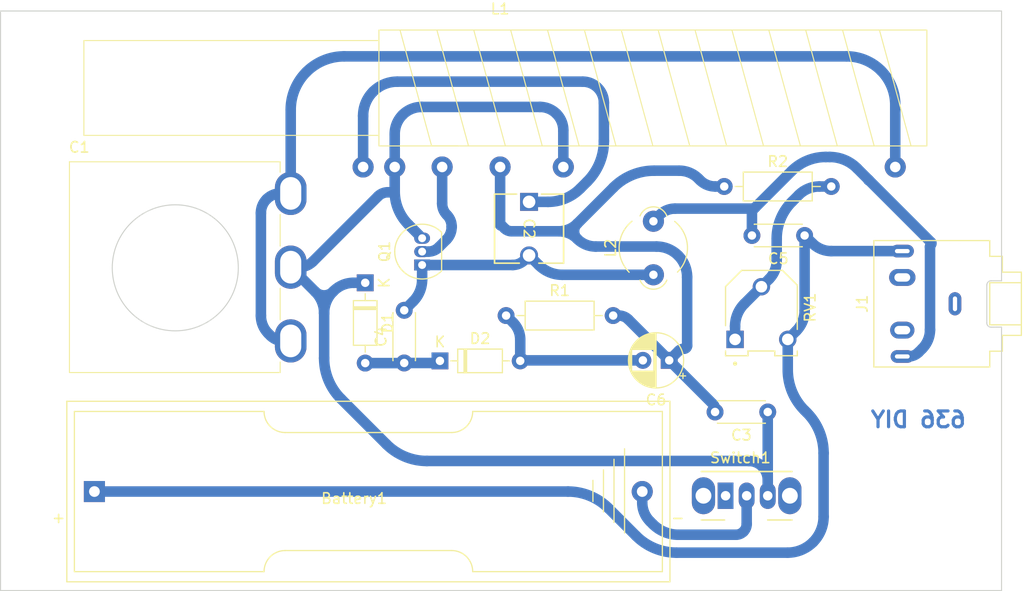
<source format=kicad_pcb>
(kicad_pcb (version 20221018) (generator pcbnew)
  (layers (0 "F.Cu" signal) (31 "B.Cu" signal) (34 "B.Paste" user) (35 "F.Paste" user) (36 "B.SilkS" user "B.Silkscreen") (37 "F.SilkS" user "F.Silkscreen") (38 "B.Mask" user) (39 "F.Mask" user) (44 "Edge.Cuts" user))
  (net 0 "")
  (net 1 "Net-(Battery1-+)")
  (net 2 "Net-(Battery1--)")
  (net 3 "Net-(C2-Pad1)")
  (net 4 "Net-(Q1-C)")
  (net 5 "GND")
  (net 6 "Net-(C3-Pad2)")
  (net 7 "Net-(D1-A)")
  (net 8 "Net-(C5-Pad2)")
  (net 9 "Net-(D2-A)")
  (net 10 "Net-(C1-Pad1)")
  (net 11 "Net-(Q1-B)")
  (net 12 "Net-(R2-Pad2)")
  (footprint "Capacitor_THT:C_Disc_D4.3mm_W1.9mm_P5.00mm" (layer "F.Cu") (at 158.1 125.25 180)
    (fp_text reference "C3" (at 2.5 -2.2) (layer "F.SilkS"))
    (fp_text value "103")
    (fp_line (start 0.23 -1.07) (end 0.23 -1.055) (stroke (width 0.12)) (layer "F.SilkS"))
    (fp_line (start 0.23 -1.07) (end 4.77 -1.07) (stroke (width 0.12)) (layer "F.SilkS"))
    (fp_line (start 0.23 1.055) (end 0.23 1.07) (stroke (width 0.12)) (layer "F.SilkS"))
    (fp_line (start 0.23 1.07) (end 4.77 1.07) (stroke (width 0.12)) (layer "F.SilkS"))
    (fp_line (start 4.77 -1.07) (end 4.77 -1.055) (stroke (width 0.12)) (layer "F.SilkS"))
    (fp_line (start 4.77 1.055) (end 4.77 1.07) (stroke (width 0.12)) (layer "F.SilkS"))
    (pad "1" thru_hole circle (at 0 0 180) (size 1.6 1.6) (drill 0.8) (layers "*.Cu" "*.Mask") (net 5 "GND"))
    (pad "2" thru_hole circle (at 5 0 180) (size 1.6 1.6) (drill 0.8) (layers "*.Cu" "*.Mask") (net 6 "Net-(C3-Pad2)"))
  )
  (footprint "Ferrite_THT:LairdTech_28C0236-0JW-10" (layer "F.Cu") (at 147.25 112.23 90)
    (fp_text reference "L2" (at 2.54 -4.064 90) (layer "F.SilkS"))
    (fp_text value "2.2mH")
    (fp_arc (start -0.508 1.27) (mid -1.367832 0) (end -0.508 -1.27) (stroke (width 0.12)) (layer "F.SilkS"))
    (fp_arc (start 0.239932 -2.300068) (mid 2.71988 -3.24781) (end 5.08 -2.032) (stroke (width 0.12)) (layer "F.SilkS"))
    (fp_arc (start 5.064465 2.019572) (mid 2.71878 3.227946) (end 0.254 2.286) (stroke (width 0.12)) (layer "F.SilkS"))
    (fp_arc (start 5.588 -1.27) (mid 6.447832 0) (end 5.588 1.27) (stroke (width 0.12)) (layer "F.SilkS"))
    (pad "1" thru_hole circle (at 0 0 90) (size 2 2) (drill 0.8) (layers "*.Cu" "*.Mask") (net 4 "Net-(Q1-C)"))
    (pad "2" thru_hole circle (at 5.08 0 90) (size 2 2) (drill 0.8) (layers "*.Cu" "*.Mask") (net 8 "Net-(C5-Pad2)"))
  )
  (footprint "Button_Switch_THT:SW_CuK_OS102011MA1QN1_SPDT_Angled" (layer "F.Cu") (at 154.1 133.2)
    (fp_text reference "Switch1" (at 1.4 -3.6) (layer "F.SilkS"))
    (fp_text value "SW_SPDT")
    (fp_line (start -2.3 -2.3) (end 6.3 -2.3) (stroke (width 0.15)) (layer "F.SilkS"))
    (fp_line (start -2.3 2.3) (end -0.1 2.3) (stroke (width 0.15)) (layer "F.SilkS"))
    (fp_line (start 4 2.3) (end 6.3 2.3) (stroke (width 0.15)) (layer "F.SilkS"))
    (pad "" thru_hole oval (at -2.1 0) (size 2.2 3.5) (drill 1.5) (layers "*.Cu" "*.Mask"))
    (pad "" thru_hole oval (at 6.1 0) (size 2.2 3.5) (drill 1.5) (layers "*.Cu" "*.Mask"))
    (pad "1" thru_hole rect (at 0 0) (size 1.5 2.5) (drill 0.9) (layers "*.Cu" "*.Mask"))
    (pad "2" thru_hole oval (at 2 0) (size 1.5 2.5) (drill 0.9) (layers "*.Cu" "*.Mask") (net 2 "Net-(Battery1--)"))
    (pad "3" thru_hole oval (at 4 0) (size 1.5 2.5) (drill 0.9) (layers "*.Cu" "*.Mask") (net 5 "GND"))
  )
  (footprint "Capacitor_THT:CP_Radial_D5.0mm_P2.50mm" (layer "F.Cu") (at 148.75 120.35 180)
    (fp_text reference "C6" (at 1.25 -3.75) (layer "F.SilkS"))
    (fp_text value "10uF")
    (fp_line (start -1.554775 -1.475) (end -1.054775 -1.475) (stroke (width 0.12)) (layer "F.SilkS"))
    (fp_line (start -1.304775 -1.725) (end -1.304775 -1.225) (stroke (width 0.12)) (layer "F.SilkS"))
    (fp_line (start 1.25 -2.58) (end 1.25 2.58) (stroke (width 0.12)) (layer "F.SilkS"))
    (fp_line (start 1.29 -2.58) (end 1.29 2.58) (stroke (width 0.12)) (layer "F.SilkS"))
    (fp_line (start 1.33 -2.579) (end 1.33 2.579) (stroke (width 0.12)) (layer "F.SilkS"))
    (fp_line (start 1.37 -2.578) (end 1.37 2.578) (stroke (width 0.12)) (layer "F.SilkS"))
    (fp_line (start 1.41 -2.576) (end 1.41 2.576) (stroke (width 0.12)) (layer "F.SilkS"))
    (fp_line (start 1.45 -2.573) (end 1.45 2.573) (stroke (width 0.12)) (layer "F.SilkS"))
    (fp_line (start 1.49 -2.569) (end 1.49 -1.04) (stroke (width 0.12)) (layer "F.SilkS"))
    (fp_line (start 1.49 1.04) (end 1.49 2.569) (stroke (width 0.12)) (layer "F.SilkS"))
    (fp_line (start 1.53 -2.565) (end 1.53 -1.04) (stroke (width 0.12)) (layer "F.SilkS"))
    (fp_line (start 1.53 1.04) (end 1.53 2.565) (stroke (width 0.12)) (layer "F.SilkS"))
    (fp_line (start 1.57 -2.561) (end 1.57 -1.04) (stroke (width 0.12)) (layer "F.SilkS"))
    (fp_line (start 1.57 1.04) (end 1.57 2.561) (stroke (width 0.12)) (layer "F.SilkS"))
    (fp_line (start 1.61 -2.556) (end 1.61 -1.04) (stroke (width 0.12)) (layer "F.SilkS"))
    (fp_line (start 1.61 1.04) (end 1.61 2.556) (stroke (width 0.12)) (layer "F.SilkS"))
    (fp_line (start 1.65 -2.55) (end 1.65 -1.04) (stroke (width 0.12)) (layer "F.SilkS"))
    (fp_line (start 1.65 1.04) (end 1.65 2.55) (stroke (width 0.12)) (layer "F.SilkS"))
    (fp_line (start 1.69 -2.543) (end 1.69 -1.04) (stroke (width 0.12)) (layer "F.SilkS"))
    (fp_line (start 1.69 1.04) (end 1.69 2.543) (stroke (width 0.12)) (layer "F.SilkS"))
    (fp_line (start 1.73 -2.536) (end 1.73 -1.04) (stroke (width 0.12)) (layer "F.SilkS"))
    (fp_line (start 1.73 1.04) (end 1.73 2.536) (stroke (width 0.12)) (layer "F.SilkS"))
    (fp_line (start 1.77 -2.528) (end 1.77 -1.04) (stroke (width 0.12)) (layer "F.SilkS"))
    (fp_line (start 1.77 1.04) (end 1.77 2.528) (stroke (width 0.12)) (layer "F.SilkS"))
    (fp_line (start 1.81 -2.52) (end 1.81 -1.04) (stroke (width 0.12)) (layer "F.SilkS"))
    (fp_line (start 1.81 1.04) (end 1.81 2.52) (stroke (width 0.12)) (layer "F.SilkS"))
    (fp_line (start 1.85 -2.511) (end 1.85 -1.04) (stroke (width 0.12)) (layer "F.SilkS"))
    (fp_line (start 1.85 1.04) (end 1.85 2.511) (stroke (width 0.12)) (layer "F.SilkS"))
    (fp_line (start 1.89 -2.501) (end 1.89 -1.04) (stroke (width 0.12)) (layer "F.SilkS"))
    (fp_line (start 1.89 1.04) (end 1.89 2.501) (stroke (width 0.12)) (layer "F.SilkS"))
    (fp_line (start 1.93 -2.491) (end 1.93 -1.04) (stroke (width 0.12)) (layer "F.SilkS"))
    (fp_line (start 1.93 1.04) (end 1.93 2.491) (stroke (width 0.12)) (layer "F.SilkS"))
    (fp_line (start 1.971 -2.48) (end 1.971 -1.04) (stroke (width 0.12)) (layer "F.SilkS"))
    (fp_line (start 1.971 1.04) (end 1.971 2.48) (stroke (width 0.12)) (layer "F.SilkS"))
    (fp_line (start 2.011 -2.468) (end 2.011 -1.04) (stroke (width 0.12)) (layer "F.SilkS"))
    (fp_line (start 2.011 1.04) (end 2.011 2.468) (stroke (width 0.12)) (layer "F.SilkS"))
    (fp_line (start 2.051 -2.455) (end 2.051 -1.04) (stroke (width 0.12)) (layer "F.SilkS"))
    (fp_line (start 2.051 1.04) (end 2.051 2.455) (stroke (width 0.12)) (layer "F.SilkS"))
    (fp_line (start 2.091 -2.442) (end 2.091 -1.04) (stroke (width 0.12)) (layer "F.SilkS"))
    (fp_line (start 2.091 1.04) (end 2.091 2.442) (stroke (width 0.12)) (layer "F.SilkS"))
    (fp_line (start 2.131 -2.428) (end 2.131 -1.04) (stroke (width 0.12)) (layer "F.SilkS"))
    (fp_line (start 2.131 1.04) (end 2.131 2.428) (stroke (width 0.12)) (layer "F.SilkS"))
    (fp_line (start 2.171 -2.414) (end 2.171 -1.04) (stroke (width 0.12)) (layer "F.SilkS"))
    (fp_line (start 2.171 1.04) (end 2.171 2.414) (stroke (width 0.12)) (layer "F.SilkS"))
    (fp_line (start 2.211 -2.398) (end 2.211 -1.04) (stroke (width 0.12)) (layer "F.SilkS"))
    (fp_line (start 2.211 1.04) (end 2.211 2.398) (stroke (width 0.12)) (layer "F.SilkS"))
    (fp_line (start 2.251 -2.382) (end 2.251 -1.04) (stroke (width 0.12)) (layer "F.SilkS"))
    (fp_line (start 2.251 1.04) (end 2.251 2.382) (stroke (width 0.12)) (layer "F.SilkS"))
    (fp_line (start 2.291 -2.365) (end 2.291 -1.04) (stroke (width 0.12)) (layer "F.SilkS"))
    (fp_line (start 2.291 1.04) (end 2.291 2.365) (stroke (width 0.12)) (layer "F.SilkS"))
    (fp_line (start 2.331 -2.348) (end 2.331 -1.04) (stroke (width 0.12)) (layer "F.SilkS"))
    (fp_line (start 2.331 1.04) (end 2.331 2.348) (stroke (width 0.12)) (layer "F.SilkS"))
    (fp_line (start 2.371 -2.329) (end 2.371 -1.04) (stroke (width 0.12)) (layer "F.SilkS"))
    (fp_line (start 2.371 1.04) (end 2.371 2.329) (stroke (width 0.12)) (layer "F.SilkS"))
    (fp_line (start 2.411 -2.31) (end 2.411 -1.04) (stroke (width 0.12)) (layer "F.SilkS"))
    (fp_line (start 2.411 1.04) (end 2.411 2.31) (stroke (width 0.12)) (layer "F.SilkS"))
    (fp_line (start 2.451 -2.29) (end 2.451 -1.04) (stroke (width 0.12)) (layer "F.SilkS"))
    (fp_line (start 2.451 1.04) (end 2.451 2.29) (stroke (width 0.12)) (layer "F.SilkS"))
    (fp_line (start 2.491 -2.268) (end 2.491 -1.04) (stroke (width 0.12)) (layer "F.SilkS"))
    (fp_line (start 2.491 1.04) (end 2.491 2.268) (stroke (width 0.12)) (layer "F.SilkS"))
    (fp_line (start 2.531 -2.247) (end 2.531 -1.04) (stroke (width 0.12)) (layer "F.SilkS"))
    (fp_line (start 2.531 1.04) (end 2.531 2.247) (stroke (width 0.12)) (layer "F.SilkS"))
    (fp_line (start 2.571 -2.224) (end 2.571 -1.04) (stroke (width 0.12)) (layer "F.SilkS"))
    (fp_line (start 2.571 1.04) (end 2.571 2.224) (stroke (width 0.12)) (layer "F.SilkS"))
    (fp_line (start 2.611 -2.2) (end 2.611 -1.04) (stroke (width 0.12)) (layer "F.SilkS"))
    (fp_line (start 2.611 1.04) (end 2.611 2.2) (stroke (width 0.12)) (layer "F.SilkS"))
    (fp_line (start 2.651 -2.175) (end 2.651 -1.04) (stroke (width 0.12)) (layer "F.SilkS"))
    (fp_line (start 2.651 1.04) (end 2.651 2.175) (stroke (width 0.12)) (layer "F.SilkS"))
    (fp_line (start 2.691 -2.149) (end 2.691 -1.04) (stroke (width 0.12)) (layer "F.SilkS"))
    (fp_line (start 2.691 1.04) (end 2.691 2.149) (stroke (width 0.12)) (layer "F.SilkS"))
    (fp_line (start 2.731 -2.122) (end 2.731 -1.04) (stroke (width 0.12)) (layer "F.SilkS"))
    (fp_line (start 2.731 1.04) (end 2.731 2.122) (stroke (width 0.12)) (layer "F.SilkS"))
    (fp_line (start 2.771 -2.095) (end 2.771 -1.04) (stroke (width 0.12)) (layer "F.SilkS"))
    (fp_line (start 2.771 1.04) (end 2.771 2.095) (stroke (width 0.12)) (layer "F.SilkS"))
    (fp_line (start 2.811 -2.065) (end 2.811 -1.04) (stroke (width 0.12)) (layer "F.SilkS"))
    (fp_line (start 2.811 1.04) (end 2.811 2.065) (stroke (width 0.12)) (layer "F.SilkS"))
    (fp_line (start 2.851 -2.035) (end 2.851 -1.04) (stroke (width 0.12)) (layer "F.SilkS"))
    (fp_line (start 2.851 1.04) (end 2.851 2.035) (stroke (width 0.12)) (layer "F.SilkS"))
    (fp_line (start 2.891 -2.004) (end 2.891 -1.04) (stroke (width 0.12)) (layer "F.SilkS"))
    (fp_line (start 2.891 1.04) (end 2.891 2.004) (stroke (width 0.12)) (layer "F.SilkS"))
    (fp_line (start 2.931 -1.971) (end 2.931 -1.04) (stroke (width 0.12)) (layer "F.SilkS"))
    (fp_line (start 2.931 1.04) (end 2.931 1.971) (stroke (width 0.12)) (layer "F.SilkS"))
    (fp_line (start 2.971 -1.937) (end 2.971 -1.04) (stroke (width 0.12)) (layer "F.SilkS"))
    (fp_line (start 2.971 1.04) (end 2.971 1.937) (stroke (width 0.12)) (layer "F.SilkS"))
    (fp_line (start 3.011 -1.901) (end 3.011 -1.04) (stroke (width 0.12)) (layer "F.SilkS"))
    (fp_line (start 3.011 1.04) (end 3.011 1.901) (stroke (width 0.12)) (layer "F.SilkS"))
    (fp_line (start 3.051 -1.864) (end 3.051 -1.04) (stroke (width 0.12)) (layer "F.SilkS"))
    (fp_line (start 3.051 1.04) (end 3.051 1.864) (stroke (width 0.12)) (layer "F.SilkS"))
    (fp_line (start 3.091 -1.826) (end 3.091 -1.04) (stroke (width 0.12)) (layer "F.SilkS"))
    (fp_line (start 3.091 1.04) (end 3.091 1.826) (stroke (width 0.12)) (layer "F.SilkS"))
    (fp_line (start 3.131 -1.785) (end 3.131 -1.04) (stroke (width 0.12)) (layer "F.SilkS"))
    (fp_line (start 3.131 1.04) (end 3.131 1.785) (stroke (width 0.12)) (layer "F.SilkS"))
    (fp_line (start 3.171 -1.743) (end 3.171 -1.04) (stroke (width 0.12)) (layer "F.SilkS"))
    (fp_line (start 3.171 1.04) (end 3.171 1.743) (stroke (width 0.12)) (layer "F.SilkS"))
    (fp_line (start 3.211 -1.699) (end 3.211 -1.04) (stroke (width 0.12)) (layer "F.SilkS"))
    (fp_line (start 3.211 1.04) (end 3.211 1.699) (stroke (width 0.12)) (layer "F.SilkS"))
    (fp_line (start 3.251 -1.653) (end 3.251 -1.04) (stroke (width 0.12)) (layer "F.SilkS"))
    (fp_line (start 3.251 1.04) (end 3.251 1.653) (stroke (width 0.12)) (layer "F.SilkS"))
    (fp_line (start 3.291 -1.605) (end 3.291 -1.04) (stroke (width 0.12)) (layer "F.SilkS"))
    (fp_line (start 3.291 1.04) (end 3.291 1.605) (stroke (width 0.12)) (layer "F.SilkS"))
    (fp_line (start 3.331 -1.554) (end 3.331 -1.04) (stroke (width 0.12)) (layer "F.SilkS"))
    (fp_line (start 3.331 1.04) (end 3.331 1.554) (stroke (width 0.12)) (layer "F.SilkS"))
    (fp_line (start 3.371 -1.5) (end 3.371 -1.04) (stroke (width 0.12)) (layer "F.SilkS"))
    (fp_line (start 3.371 1.04) (end 3.371 1.5) (stroke (width 0.12)) (layer "F.SilkS"))
    (fp_line (start 3.411 -1.443) (end 3.411 -1.04) (stroke (width 0.12)) (layer "F.SilkS"))
    (fp_line (start 3.411 1.04) (end 3.411 1.443) (stroke (width 0.12)) (layer "F.SilkS"))
    (fp_line (start 3.451 -1.383) (end 3.451 -1.04) (stroke (width 0.12)) (layer "F.SilkS"))
    (fp_line (start 3.451 1.04) (end 3.451 1.383) (stroke (width 0.12)) (layer "F.SilkS"))
    (fp_line (start 3.491 -1.319) (end 3.491 -1.04) (stroke (width 0.12)) (layer "F.SilkS"))
    (fp_line (start 3.491 1.04) (end 3.491 1.319) (stroke (width 0.12)) (layer "F.SilkS"))
    (fp_line (start 3.531 -1.251) (end 3.531 -1.04) (stroke (width 0.12)) (layer "F.SilkS"))
    (fp_line (start 3.531 1.04) (end 3.531 1.251) (stroke (width 0.12)) (layer "F.SilkS"))
    (fp_line (start 3.571 -1.178) (end 3.571 1.178) (stroke (width 0.12)) (layer "F.SilkS"))
    (fp_line (start 3.611 -1.098) (end 3.611 1.098) (stroke (width 0.12)) (layer "F.SilkS"))
    (fp_line (start 3.651 -1.011) (end 3.651 1.011) (stroke (width 0.12)) (layer "F.SilkS"))
    (fp_line (start 3.691 -0.915) (end 3.691 0.915) (stroke (width 0.12)) (layer "F.SilkS"))
    (fp_line (start 3.731 -0.805) (end 3.731 0.805) (stroke (width 0.12)) (layer "F.SilkS"))
    (fp_line (start 3.771 -0.677) (end 3.771 0.677) (stroke (width 0.12)) (layer "F.SilkS"))
    (fp_line (start 3.811 -0.518) (end 3.811 0.518) (stroke (width 0.12)) (layer "F.SilkS"))
    (fp_line (start 3.851 -0.284) (end 3.851 0.284) (stroke (width 0.12)) (layer "F.SilkS"))
    (fp_circle (center 1.25 0) (end 3.87 0) (stroke (width 0.12)) (fill none) (layer "F.SilkS"))
    (pad "1" thru_hole rect (at 0 0 180) (size 1.6 1.6) (drill 0.8) (layers "*.Cu" "*.Mask") (net 6 "Net-(C3-Pad2)"))
    (pad "2" thru_hole circle (at 2.5 0 180) (size 1.6 1.6) (drill 0.8) (layers "*.Cu" "*.Mask") (net 9 "Net-(D2-A)"))
  )
  (footprint "Battery:BatteryHolder_Keystone_2460_1xAA" (layer "F.Cu") (at 94.2 132.8)
    (fp_text reference "Battery1" (at 24.6428 0.661 180) (layer "F.SilkS"))
    (fp_text value "1.5V")
    (fp_text user "-" (at 55.37 2.48) (layer "F.SilkS"))
    (fp_text user "+" (at -3.4 2.48) (layer "F.SilkS"))
    (fp_line (start -2.62 -8.565) (end 54.62 -8.565) (stroke (width 0.12)) (layer "F.SilkS"))
    (fp_line (start -2.62 8.565) (end -2.62 -8.565) (stroke (width 0.12)) (layer "F.SilkS"))
    (fp_line (start -1.9 -7.6) (end -1.9 7.6) (stroke (width 0.12)) (layer "F.SilkS"))
    (fp_line (start -1.9 -7.6) (end 16.1 -7.6) (stroke (width 0.12)) (layer "F.SilkS"))
    (fp_line (start -1.9 7.6) (end 16.1 7.6) (stroke (width 0.12)) (layer "F.SilkS"))
    (fp_line (start 18.1 -5.6) (end 33.9 -5.6) (stroke (width 0.12)) (layer "F.SilkS"))
    (fp_line (start 33.9 5.6) (end 18.1 5.6) (stroke (width 0.12)) (layer "F.SilkS"))
    (fp_line (start 35.9 -7.6) (end 53.9 -7.6) (stroke (width 0.12)) (layer "F.SilkS"))
    (fp_line (start 35.9 7.6) (end 53.9 7.6) (stroke (width 0.12)) (layer "F.SilkS"))
    (fp_line (start 47.31 -1.06) (end 47.31 0.94) (stroke (width 0.12)) (layer "F.SilkS"))
    (fp_line (start 48.31 -2.06) (end 48.31 1.94) (stroke (width 0.12)) (layer "F.SilkS"))
    (fp_line (start 49.31 2.94) (end 49.31 -3.06) (stroke (width 0.12)) (layer "F.SilkS"))
    (fp_line (start 50.31 -4.06) (end 50.31 3.94) (stroke (width 0.12)) (layer "F.SilkS"))
    (fp_line (start 53.9 -7.6) (end 53.9 7.6) (stroke (width 0.12)) (layer "F.SilkS"))
    (fp_line (start 54.62 -8.565) (end 54.62 8.565) (stroke (width 0.12)) (layer "F.SilkS"))
    (fp_line (start 54.62 8.565) (end -2.62 8.565) (stroke (width 0.12)) (layer "F.SilkS"))
    (fp_arc (start 16.1 7.6) (mid 16.685786 6.185786) (end 18.1 5.6) (stroke (width 0.12)) (layer "F.SilkS"))
    (fp_arc (start 18.1 -5.6) (mid 16.685786 -6.185786) (end 16.1 -7.6) (stroke (width 0.12)) (layer "F.SilkS"))
    (fp_arc (start 33.9 5.6) (mid 35.314214 6.185786) (end 35.9 7.6) (stroke (width 0.12)) (layer "F.SilkS"))
    (fp_arc (start 35.9 -7.6) (mid 35.314214 -6.185786) (end 33.9 -5.6) (stroke (width 0.12)) (layer "F.SilkS"))
    (pad "" np_thru_hole circle (at 2.75 -5.995 90) (size 2.64 2.64) (drill 2.64) (layers "*.Cu" "*.Mask"))
    (pad "" np_thru_hole circle (at 49.23 5.995) (size 2.64 2.64) (drill 2.64) (layers "*.Cu" "*.Mask"))
    (pad "1" thru_hole rect (at 0 0 180) (size 2 2) (drill 1.02) (layers "*.Cu" "*.Mask") (net 1 "Net-(Battery1-+)"))
    (pad "2" thru_hole circle (at 51.99 0 180) (size 2 2) (drill 1.02) (layers "*.Cu" "*.Mask") (net 2 "Net-(Battery1--)"))
  )
  (footprint "Capacitor_THT:C_Disc_D4.3mm_W1.9mm_P5.00mm" (layer "F.Cu") (at 161.6 108.5 180)
    (fp_text reference "C5" (at 2.5 -2.2) (layer "F.SilkS"))
    (fp_text value "102")
    (fp_line (start 0.23 -1.07) (end 0.23 -1.055) (stroke (width 0.12)) (layer "F.SilkS"))
    (fp_line (start 0.23 -1.07) (end 4.77 -1.07) (stroke (width 0.12)) (layer "F.SilkS"))
    (fp_line (start 0.23 1.055) (end 0.23 1.07) (stroke (width 0.12)) (layer "F.SilkS"))
    (fp_line (start 0.23 1.07) (end 4.77 1.07) (stroke (width 0.12)) (layer "F.SilkS"))
    (fp_line (start 4.77 -1.07) (end 4.77 -1.055) (stroke (width 0.12)) (layer "F.SilkS"))
    (fp_line (start 4.77 1.055) (end 4.77 1.07) (stroke (width 0.12)) (layer "F.SilkS"))
    (pad "1" thru_hole circle (at 0 0 180) (size 1.6 1.6) (drill 0.8) (layers "*.Cu" "*.Mask") (net 1 "Net-(Battery1-+)"))
    (pad "2" thru_hole circle (at 5 0 180) (size 1.6 1.6) (drill 0.8) (layers "*.Cu" "*.Mask") (net 8 "Net-(C5-Pad2)"))
  )
  (footprint "Inductor_THT:L_CommonMode_Toroid_Vertical_L43.2mm_W22.9mm_Px17.78mm_Py30.48mm_Bourns_8100" (layer "F.Cu") (at 132.7 94.5)
    (fp_text reference "L1" (at 0 -7.5) (layer "F.SilkS"))
    (fp_text value "~")
    (fp_line (start -39.5 -4.5) (end -39.5 4.5) (stroke (width 0.1)) (layer "F.SilkS"))
    (fp_line (start -39.5 4.5) (end -11.5 4.5) (stroke (width 0.1)) (layer "F.SilkS"))
    (fp_line (start -11.5 -4.5) (end -39.5 -4.5) (stroke (width 0.1)) (layer "F.SilkS"))
    (fp_line (start -9.5 -5.5) (end -6.5 5.5) (stroke (width 0.1)) (layer "F.SilkS"))
    (fp_line (start -6.5 5.5) (end -4 5.5) (stroke (width 0.1)) (layer "F.SilkS"))
    (fp_line (start -6 -5.5) (end -3 5.5) (stroke (width 0.1)) (layer "F.SilkS"))
    (fp_line (start -2.5 -5.5) (end 0.5 5.5) (stroke (width 0.1)) (layer "F.SilkS"))
    (fp_line (start 1 -5.5) (end 4 5.5) (stroke (width 0.1)) (layer "F.SilkS"))
    (fp_line (start 4.5 -5.5) (end 7.5 5.5) (stroke (width 0.1)) (layer "F.SilkS"))
    (fp_line (start 8 -5.5) (end 11 5.5) (stroke (width 0.1)) (layer "F.SilkS"))
    (fp_line (start 11.5 -5.5) (end 14.5 5.5) (stroke (width 0.1)) (layer "F.SilkS"))
    (fp_line (start 15 -5.5) (end 18 5.5) (stroke (width 0.1)) (layer "F.SilkS"))
    (fp_line (start 18.5 -5.5) (end 21.5 5.5) (stroke (width 0.1)) (layer "F.SilkS"))
    (fp_line (start 22 -5.5) (end 25 5.5) (stroke (width 0.1)) (layer "F.SilkS"))
    (fp_line (start 25.5 -5.5) (end 28.5 5.5) (stroke (width 0.1)) (layer "F.SilkS"))
    (fp_line (start 29 -5.5) (end 32 5.5) (stroke (width 0.1)) (layer "F.SilkS"))
    (fp_line (start 32.5 -5.5) (end 35.5 5.5) (stroke (width 0.1)) (layer "F.SilkS"))
    (fp_line (start 36 -5.5) (end 39 5.5) (stroke (width 0.1)) (layer "F.SilkS"))
    (fp_rect (start 40.5 -5.5) (end -11.5 5.5) (stroke (width 0.1)) (fill none) (layer "F.SilkS"))
    (pad "1" thru_hole circle (at 37.5 7.5) (size 2 2) (drill 1) (layers "*.Cu" "*.Mask") (net 10 "Net-(C1-Pad1)"))
    (pad "2" thru_hole circle (at 6 7.5) (size 2 2) (drill 1) (layers "*.Cu" "*.Mask") (net 5 "GND"))
    (pad "3" thru_hole circle (at 0 7.5) (size 2 2) (drill 1) (layers "*.Cu" "*.Mask") (net 6 "Net-(C3-Pad2)"))
    (pad "4" thru_hole circle (at -5.5 7.5) (size 2 2) (drill 1) (layers "*.Cu" "*.Mask") (net 11 "Net-(Q1-B)"))
    (pad "5" thru_hole circle (at -10 7.5) (size 2 2) (drill 1) (layers "*.Cu" "*.Mask") (net 5 "GND"))
    (pad "6" thru_hole circle (at -13 7.5) (size 2 2) (drill 1) (layers "*.Cu" "*.Mask") (net 3 "Net-(C2-Pad1)"))
  )
  (footprint "Diode_THT:D_DO-35_SOD27_P7.62mm_Horizontal" (layer "F.Cu") (at 126.99 120.4)
    (fp_text reference "D2" (at 3.81 -2.12) (layer "F.SilkS"))
    (fp_text value "1N4148")
    (fp_text user "K" (at 0 -1.8) (layer "F.SilkS"))
    (fp_line (start 1.04 0) (end 1.69 0) (stroke (width 0.12)) (layer "F.SilkS"))
    (fp_line (start 1.69 -1.12) (end 1.69 1.12) (stroke (width 0.12)) (layer "F.SilkS"))
    (fp_line (start 1.69 1.12) (end 5.93 1.12) (stroke (width 0.12)) (layer "F.SilkS"))
    (fp_line (start 2.29 -1.12) (end 2.29 1.12) (stroke (width 0.12)) (layer "F.SilkS"))
    (fp_line (start 2.41 -1.12) (end 2.41 1.12) (stroke (width 0.12)) (layer "F.SilkS"))
    (fp_line (start 2.53 -1.12) (end 2.53 1.12) (stroke (width 0.12)) (layer "F.SilkS"))
    (fp_line (start 5.93 -1.12) (end 1.69 -1.12) (stroke (width 0.12)) (layer "F.SilkS"))
    (fp_line (start 5.93 1.12) (end 5.93 -1.12) (stroke (width 0.12)) (layer "F.SilkS"))
    (fp_line (start 6.58 0) (end 5.93 0) (stroke (width 0.12)) (layer "F.SilkS"))
    (pad "1" thru_hole rect (at 0 0) (size 1.6 1.6) (drill 0.8) (layers "*.Cu" "*.Mask") (net 7 "Net-(D1-A)"))
    (pad "2" thru_hole oval (at 7.62 0) (size 1.6 1.6) (drill 0.8) (layers "*.Cu" "*.Mask") (net 9 "Net-(D2-A)"))
  )
  (footprint "Package_TO_SOT_THT:TO-92_Inline" (layer "F.Cu") (at 125.3 111.3 90)
    (fp_text reference "Q1" (at 1.27 -3.56 90) (layer "F.SilkS"))
    (fp_text value "BC547/S9014")
    (fp_line (start -0.53 1.85) (end 3.07 1.85) (stroke (width 0.12)) (layer "F.SilkS"))
    (fp_arc (start -0.568478 1.838478) (mid -1.132087 -0.994977) (end 1.27 -2.6) (stroke (width 0.12)) (layer "F.SilkS"))
    (fp_arc (start 1.27 -2.6) (mid 3.672087 -0.994977) (end 3.108478 1.838478) (stroke (width 0.12)) (layer "F.SilkS"))
    (pad "1" thru_hole rect (at 0 0 90) (size 1.05 1.5) (drill 0.75) (layers "*.Cu" "*.Mask") (net 4 "Net-(Q1-C)"))
    (pad "2" thru_hole oval (at 1.27 0 90) (size 1.05 1.5) (drill 0.75) (layers "*.Cu" "*.Mask") (net 11 "Net-(Q1-B)"))
    (pad "3" thru_hole oval (at 2.54 0 90) (size 1.05 1.5) (drill 0.75) (layers "*.Cu" "*.Mask") (net 5 "GND"))
  )
  (footprint "Rotary_Encoder:RotaryEncoder_Bourns_Vertical_PEC12R-3x17F-Sxxxx" (layer "F.Cu") (at 101.8286 111.506)
    (fp_text reference "C1" (at -9.0678 -11.3792 180) (layer "F.SilkS"))
    (fp_text value "CBM-223 ")
    (fp_line (start -10 -10) (end 10 -10) (stroke (width 0.1)) (layer "F.SilkS"))
    (fp_line (start -10 0) (end -10 -10) (stroke (width 0.1)) (layer "F.SilkS"))
    (fp_line (start -10 10) (end -10 0) (stroke (width 0.1)) (layer "F.SilkS"))
    (fp_line (start 10 -10) (end 10 -9) (stroke (width 0.1)) (layer "F.SilkS"))
    (fp_line (start 10 -5) (end 10 -2) (stroke (width 0.1)) (layer "F.SilkS"))
    (fp_line (start 10 2) (end 10 5) (stroke (width 0.1)) (layer "F.SilkS"))
    (fp_line (start 10 10) (end -10 10) (stroke (width 0.1)) (layer "F.SilkS"))
    (fp_line (start 10 10) (end 10 9) (stroke (width 0.1)) (layer "F.SilkS"))
    (pad "1" thru_hole oval (at 11 -7 90) (size 4.1 3) (drill oval 3.1 2) (layers "*.Cu" "*.Mask") (net 10 "Net-(C1-Pad1)"))
    (pad "2" thru_hole oval (at 11 0 90) (size 4.1 3) (drill oval 3.1 2) (layers "*.Cu" "*.Mask") (net 5 "GND"))
    (pad "3" thru_hole oval (at 11 7 90) (size 4.1 3) (drill oval 3.1 2) (layers "*.Cu" "*.Mask") (net 10 "Net-(C1-Pad1)"))
  )
  (footprint "radio636footprints:TRIM_3306F-1-503" (layer "F.Cu") (at 157.5 115.8625 -90)
    (fp_text reference "RV1" (at -0.525 -4.625 90) (layer "F.SilkS"))
    (fp_text value "50k")
    (fp_line (start -4.05 -2) (end -4.05 1.87) (stroke (width 0.127)) (layer "F.SilkS"))
    (fp_line (start -4.05 1.87) (end -2.51 3.405) (stroke (width 0.127)) (layer "F.SilkS"))
    (fp_line (start -2.65 -3.405) (end -4.05 -2) (stroke (width 0.127)) (layer "F.SilkS"))
    (fp_line (start -2.51 3.405) (end 1.2 3.405) (stroke (width 0.127)) (layer "F.SilkS"))
    (fp_line (start 1.55 -3.405) (end -2.65 -3.405) (stroke (width 0.127)) (layer "F.SilkS"))
    (fp_line (start 3.6 -3.405) (end 4.05 -3.405) (stroke (width 0.127)) (layer "F.SilkS"))
    (fp_line (start 3.6 -1.27) (end 3.6 1.27) (stroke (width 0.127)) (layer "F.SilkS"))
    (fp_line (start 3.6 1.27) (end 4.05 1.27) (stroke (width 0.127)) (layer "F.SilkS"))
    (fp_line (start 3.6 1.28) (end 3.6 1.27) (stroke (width 0.127)) (layer "F.SilkS"))
    (fp_line (start 4.05 -3.405) (end 4.05 -1.27) (stroke (width 0.127)) (layer "F.SilkS"))
    (fp_line (start 4.05 -1.27) (end 3.6 -1.27) (stroke (width 0.127)) (layer "F.SilkS"))
    (fp_line (start 4.05 1.27) (end 4.05 3.405) (stroke (width 0.127)) (layer "F.SilkS"))
    (fp_line (start 4.05 3.405) (end 3.6 3.405) (stroke (width 0.127)) (layer "F.SilkS"))
    (fp_circle (center 4.8 2.5) (end 4.9 2.5) (stroke (width 0.2)) (fill none) (layer "F.SilkS"))
    (pad "1" thru_hole rect (at 2.5 2.5 270) (size 1.65 1.65) (drill 1.1) (layers "*.Cu" "*.Mask") (net 12 "Net-(R2-Pad2)"))
    (pad "2" thru_hole circle (at -2.5 0 270) (size 1.65 1.65) (drill 1.1) (layers "*.Cu" "*.Mask") (net 12 "Net-(R2-Pad2)"))
    (pad "3" thru_hole circle (at 2.5 -2.5 270) (size 1.65 1.65) (drill 1.1) (layers "*.Cu" "*.Mask") (net 1 "Net-(Battery1-+)"))
  )
  (footprint "Resistor_THT:R_Axial_DIN0207_L6.3mm_D2.5mm_P10.16mm_Horizontal" (layer "F.Cu") (at 133.27 116.1)
    (fp_text reference "R1" (at 5.08 -2.37) (layer "F.SilkS"))
    (fp_text value "10K")
    (fp_line (start 1.04 0) (end 1.81 0) (stroke (width 0.12)) (layer "F.SilkS"))
    (fp_line (start 1.81 -1.37) (end 1.81 1.37) (stroke (width 0.12)) (layer "F.SilkS"))
    (fp_line (start 1.81 1.37) (end 8.35 1.37) (stroke (width 0.12)) (layer "F.SilkS"))
    (fp_line (start 8.35 -1.37) (end 1.81 -1.37) (stroke (width 0.12)) (layer "F.SilkS"))
    (fp_line (start 8.35 1.37) (end 8.35 -1.37) (stroke (width 0.12)) (layer "F.SilkS"))
    (fp_line (start 9.12 0) (end 8.35 0) (stroke (width 0.12)) (layer "F.SilkS"))
    (pad "1" thru_hole circle (at 0 0) (size 1.6 1.6) (drill 0.8) (layers "*.Cu" "*.Mask") (net 9 "Net-(D2-A)"))
    (pad "2" thru_hole oval (at 10.16 0) (size 1.6 1.6) (drill 0.8) (layers "*.Cu" "*.Mask") (net 6 "Net-(C3-Pad2)"))
  )
  (footprint "radio636footprints:VCAP_GKGXXX15_SGM" (layer "F.Cu") (at 135.45 105.31 -90)
    (fp_text reference "C2" (at 2.54 0 -90 unlocked) (layer "F.SilkS"))
    (fp_text value "30p")
    (fp_line (start -0.7366 -3.2766) (end -0.7366 -1.18364) (stroke (width 0.1524)) (layer "F.SilkS"))
    (fp_line (start -0.7366 1.18364) (end -0.7366 3.2766) (stroke (width 0.1524)) (layer "F.SilkS"))
    (fp_line (start -0.7366 3.2766) (end 5.8166 3.2766) (stroke (width 0.1524)) (layer "F.SilkS"))
    (fp_line (start 5.8166 -3.2766) (end -0.7366 -3.2766) (stroke (width 0.1524)) (layer "F.SilkS"))
    (fp_line (start 5.8166 -0.926512) (end 5.8166 -3.2766) (stroke (width 0.1524)) (layer "F.SilkS"))
    (fp_line (start 5.8166 3.2766) (end 5.8166 0.926512) (stroke (width 0.1524)) (layer "F.SilkS"))
    (pad "1" thru_hole rect (at 0 0 270) (size 1.7018 1.7018) (drill 1.1938) (layers "*.Cu" "*.Mask") (net 3 "Net-(C2-Pad1)"))
    (pad "2" thru_hole circle (at 5.08 0 270) (size 1.7018 1.7018) (drill 1.1938) (layers "*.Cu" "*.Mask") (net 4 "Net-(Q1-C)"))
  )
  (footprint "Diode_THT:D_DO-35_SOD27_P7.62mm_Horizontal" (layer "F.Cu") (at 119.9 112.99 -90)
    (fp_text reference "D1" (at 3.81 -2.12 90) (layer "F.SilkS"))
    (fp_text value "1N4148")
    (fp_text user "K" (at 0 -1.8 90) (layer "F.SilkS"))
    (fp_line (start 1.04 0) (end 1.69 0) (stroke (width 0.12)) (layer "F.SilkS"))
    (fp_line (start 1.69 -1.12) (end 1.69 1.12) (stroke (width 0.12)) (layer "F.SilkS"))
    (fp_line (start 1.69 1.12) (end 5.93 1.12) (stroke (width 0.12)) (layer "F.SilkS"))
    (fp_line (start 2.29 -1.12) (end 2.29 1.12) (stroke (width 0.12)) (layer "F.SilkS"))
    (fp_line (start 2.41 -1.12) (end 2.41 1.12) (stroke (width 0.12)) (layer "F.SilkS"))
    (fp_line (start 2.53 -1.12) (end 2.53 1.12) (stroke (width 0.12)) (layer "F.SilkS"))
    (fp_line (start 5.93 -1.12) (end 1.69 -1.12) (stroke (width 0.12)) (layer "F.SilkS"))
    (fp_line (start 5.93 1.12) (end 5.93 -1.12) (stroke (width 0.12)) (layer "F.SilkS"))
    (fp_line (start 6.58 0) (end 5.93 0) (stroke (width 0.12)) (layer "F.SilkS"))
    (pad "1" thru_hole rect (at 0 0 270) (size 1.6 1.6) (drill 0.8) (layers "*.Cu" "*.Mask") (net 5 "GND"))
    (pad "2" thru_hole oval (at 7.62 0 270) (size 1.6 1.6) (drill 0.8) (layers "*.Cu" "*.Mask") (net 7 "Net-(D1-A)"))
  )
  (footprint "Resistor_THT:R_Axial_DIN0207_L6.3mm_D2.5mm_P10.16mm_Horizontal" (layer "F.Cu") (at 153.97 103.85)
    (fp_text reference "R2" (at 5.08 -2.37) (layer "F.SilkS"))
    (fp_text value "10K")
    (fp_line (start 1.04 0) (end 1.81 0) (stroke (width 0.12)) (layer "F.SilkS"))
    (fp_line (start 1.81 -1.37) (end 1.81 1.37) (stroke (width 0.12)) (layer "F.SilkS"))
    (fp_line (start 1.81 1.37) (end 8.35 1.37) (stroke (width 0.12)) (layer "F.SilkS"))
    (fp_line (start 8.35 -1.37) (end 1.81 -1.37) (stroke (width 0.12)) (layer "F.SilkS"))
    (fp_line (start 8.35 1.37) (end 8.35 -1.37) (stroke (width 0.12)) (layer "F.SilkS"))
    (fp_line (start 9.12 0) (end 8.35 0) (stroke (width 0.12)) (layer "F.SilkS"))
    (pad "1" thru_hole circle (at 0 0) (size 1.6 1.6) (drill 0.8) (layers "*.Cu" "*.Mask") (net 6 "Net-(C3-Pad2)"))
    (pad "2" thru_hole oval (at 10.16 0) (size 1.6 1.6) (drill 0.8) (layers "*.Cu" "*.Mask") (net 12 "Net-(R2-Pad2)"))
  )
  (footprint "Connector_Audio:Jack_3.5mm_CUI_SJ1-3525N_Horizontal" (layer "F.Cu") (at 175.8696 114.982 90)
    (fp_text reference "J1" (at 0 -8.8 90) (layer "F.SilkS"))
    (fp_text value "AudioJack2")
    (fp_line (start -6 -7.7) (end 6 -7.7) (stroke (width 0.12)) (layer "F.SilkS"))
    (fp_line (start -6 3.3) (end -6 -7.7) (stroke (width 0.12)) (layer "F.SilkS"))
    (fp_line (start -4.5 3.3) (end -6 3.3) (stroke (width 0.12)) (layer "F.SilkS"))
    (fp_line (start -4.5 4.5) (end -4.5 3.3) (stroke (width 0.12)) (layer "F.SilkS"))
    (fp_line (start -3 4.5) (end -4.5 4.5) (stroke (width 0.12)) (layer "F.SilkS"))
    (fp_line (start -3 6.3) (end -3 4.5) (stroke (width 0.12)) (layer "F.SilkS"))
    (fp_line (start -2 3.3) (end -2 6.3) (stroke (width 0.12)) (layer "F.SilkS"))
    (fp_line (start 2 3.3) (end -2 3.3) (stroke (width 0.12)) (layer "F.SilkS"))
    (fp_line (start 2 6.3) (end 2 3.3) (stroke (width 0.12)) (layer "F.SilkS"))
    (fp_line (start 3 4.5) (end 3 6.3) (stroke (width 0.12)) (layer "F.SilkS"))
    (fp_line (start 3 6.3) (end -3 6.3) (stroke (width 0.12)) (layer "F.SilkS"))
    (fp_line (start 4.5 3.3) (end 4.5 4.5) (stroke (width 0.12)) (layer "F.SilkS"))
    (fp_line (start 4.5 4.5) (end 3 4.5) (stroke (width 0.12)) (layer "F.SilkS"))
    (fp_line (start 6 -7.7) (end 6 3.3) (stroke (width 0.12)) (layer "F.SilkS"))
    (fp_line (start 6 3.3) (end 4.5 3.3) (stroke (width 0.12)) (layer "F.SilkS"))
    (pad "" np_thru_hole circle (at -5 0 90) (size 1.2 1.2) (drill 1.2) (layers "F&B.Cu" "*.Mask"))
    (pad "" np_thru_hole circle (at -5 2.5 90) (size 1.2 1.2) (drill 1.2) (layers "F&B.Cu" "*.Mask"))
    (pad "" np_thru_hole circle (at 0 -5 90) (size 1.2 1.2) (drill 1.2) (layers "F&B.Cu" "*.Mask"))
    (pad "" np_thru_hole circle (at 5 0 90) (size 1.2 1.2) (drill 1.2) (layers "F&B.Cu" "*.Mask"))
    (pad "" np_thru_hole circle (at 5 2.5 90) (size 1.2 1.2) (drill 1.2) (layers "F&B.Cu" "*.Mask"))
    (pad "R" thru_hole oval (at -5 -5 90) (size 1.2 2.2) (drill oval 0.4 1.4) (layers "*.Cu" "*.Mask") (net 8 "Net-(C5-Pad2)"))
    (pad "RN" thru_hole oval (at -2.5 -5 90) (size 1.6 2.3) (drill oval 0.8 1.5) (layers "*.Cu" "*.Mask"))
    (pad "S" thru_hole oval (at 0 0 90) (size 2.2 1.2) (drill oval 1.4 0.4) (layers "*.Cu" "*.Mask"))
    (pad "T" thru_hole oval (at 5 -5 270) (size 1.2 2.2) (drill oval 0.4 1.4) (layers "*.Cu" "*.Mask") (net 1 "Net-(Battery1-+)"))
    (pad "TN" thru_hole oval (at 2.5 -5 270) (size 1.6 2.5) (drill oval 0.8 1.5) (layers "*.Cu" "*.Mask"))
  )
  (footprint "Capacitor_THT:C_Disc_D4.3mm_W1.9mm_P5.00mm" (layer "F.Cu") (at 123.6 120.6 90)
    (fp_text reference "C4" (at 2.5 -2.2 90) (layer "F.SilkS"))
    (fp_text value "271")
    (fp_line (start 0.23 -1.07) (end 0.23 -1.055) (stroke (width 0.12)) (layer "F.SilkS"))
    (fp_line (start 0.23 -1.07) (end 4.77 -1.07) (stroke (width 0.12)) (layer "F.SilkS"))
    (fp_line (start 0.23 1.055) (end 0.23 1.07) (stroke (width 0.12)) (layer "F.SilkS"))
    (fp_line (start 0.23 1.07) (end 4.77 1.07) (stroke (width 0.12)) (layer "F.SilkS"))
    (fp_line (start 4.77 -1.07) (end 4.77 -1.055) (stroke (width 0.12)) (layer "F.SilkS"))
    (fp_line (start 4.77 1.055) (end 4.77 1.07) (stroke (width 0.12)) (layer "F.SilkS"))
    (pad "1" thru_hole circle (at 0 0 90) (size 1.6 1.6) (drill 0.8) (layers "*.Cu" "*.Mask") (net 7 "Net-(D1-A)"))
    (pad "2" thru_hole circle (at 5 0 90) (size 1.6 1.6) (drill 0.8) (layers "*.Cu" "*.Mask") (net 4 "Net-(Q1-C)"))
  )
  (gr_line (start 180.2892 112.7956) (end 180.2892 87.1956) (stroke (width 0.1)) (layer "Edge.Cuts"))
  (gr_arc (start 178.895479 113.195667) (mid 179.011666 112.91624) (end 179.2892 112.7956) (stroke (width 0.1)) (layer "Edge.Cuts"))
  (gr_line (start 179.289182 117.201626) (end 180.2892 117.1956) (stroke (width 0.1)) (layer "Edge.Cuts"))
  (gr_line (start 180.2892 112.7956) (end 179.2892 112.7956) (stroke (width 0.1)) (layer "Edge.Cuts"))
  (gr_line (start 85.2892 87.1956) (end 85.2892 142.1956) (stroke (width 0.1)) (layer "Edge.Cuts"))
  (gr_line (start 178.8892 113.1956) (end 178.8892 116.7956) (stroke (width 0.1)) (layer "Edge.Cuts"))
  (gr_arc (start 179.289182 117.201626) (mid 179.004569 117.081975) (end 178.889201 116.7956) (stroke (width 0.1)) (layer "Edge.Cuts"))
  (gr_circle (center 101.875 111.568362) (end 106.575 115.268362) (stroke (width 0.1)) (fill none) (layer "Edge.Cuts"))
  (gr_line (start 180.2892 142.1956) (end 180.2892 117.1956) (stroke (width 0.1)) (layer "Edge.Cuts"))
  (gr_line (start 180.2892 87.1956) (end 85.2892 87.1956) (stroke (width 0.1)) (layer "Edge.Cuts"))
  (gr_line (start 85.2892 142.1956) (end 180.2892 142.1956) (stroke (width 0.1)) (layer "Edge.Cuts"))
  (gr_text "636 DIY" (at 177.05 126.85) (layer "B.Cu") (effects (font (size 1.5 1.5) (thickness 0.3) bold) (justify left bottom mirror)))
  (segment (start 145.606207 137.006207) (end 142.993792 134.393792) (width 1) (layer "B.Cu") (net 1))
  (segment (start 161.6 108.5) (end 161.6 115.631129) (width 1) (layer "B.Cu") (net 1))
  (segment (start 164.129932 109.982) (end 170.8696 109.982) (width 1) (layer "B.Cu") (net 1))
  (segment (start 160.8 117.5625) (end 160 118.3625) (width 1) (layer "B.Cu") (net 1))
  (segment (start 160 121.246036) (end 160 118.3625) (width 1) (layer "B.Cu") (net 1))
  (segment (start 149.453963 138.6) (end 159.985786 138.6) (width 1) (layer "B.Cu") (net 1))
  (segment (start 163.4 135.185786) (end 163.4 129.153963) (width 1) (layer "B.Cu") (net 1))
  (segment (start 161.593792 125.093792) (end 161.806207 125.306207) (width 1) (layer "B.Cu") (net 1))
  (segment (start 162.341 109.241) (end 161.6 108.5) (width 1) (layer "B.Cu") (net 1))
  (segment (start 139.146036 132.8) (end 94.2 132.8) (width 1) (layer "B.Cu") (net 1))
  (arc (start 162.341 109.241) (mid 163.161769 109.78942) (end 164.129932 109.982) (width 1) (layer "B.Cu") (net 1))
  (arc (start 145.606207 137.006207) (mid 147.371572 138.185786) (end 149.453963 138.6) (width 1) (layer "B.Cu") (net 1))
  (arc (start 142.993792 134.393792) (mid 141.228426 133.214213) (end 139.146036 132.8) (width 1) (layer "B.Cu") (net 1))
  (arc (start 163.4 135.185786) (mid 163.140108 136.492349) (end 162.4 137.6) (width 1) (layer "B.Cu") (net 1))
  (arc (start 160 121.246036) (mid 160.414213 123.328426) (end 161.593792 125.093792) (width 1) (layer "B.Cu") (net 1))
  (arc (start 161.6 115.631129) (mid 161.392086 116.676379) (end 160.8 117.5625) (width 1) (layer "B.Cu") (net 1))
  (arc (start 162.4 137.6) (mid 161.292349 138.340108) (end 159.985786 138.6) (width 1) (layer "B.Cu") (net 1))
  (arc (start 161.806207 125.306207) (mid 162.985786 127.071572) (end 163.4 129.153963) (width 1) (layer "B.Cu") (net 1))
  (segment (start 146.19 133.845) (end 146.19 132.8) (width 1) (layer "B.Cu") (net 2))
  (segment (start 156.1 135.875735) (end 156.1 133.2) (width 1) (layer "B.Cu") (net 2))
  (segment (start 146.928926 135.628926) (end 147.195 135.895) (width 1) (layer "B.Cu") (net 2))
  (segment (start 155.075735 136.9) (end 149.621284 136.9) (width 1) (layer "B.Cu") (net 2))
  (arc (start 146.19 133.845) (mid 146.38204 134.810453) (end 146.928926 135.628926) (width 1) (layer "B.Cu") (net 2))
  (arc (start 155.8 136.6) (mid 155.467704 136.822032) (end 155.075735 136.9) (width 1) (layer "B.Cu") (net 2))
  (arc (start 147.195 135.895) (mid 148.308188 136.638809) (end 149.621284 136.9) (width 1) (layer "B.Cu") (net 2))
  (arc (start 156.1 135.875735) (mid 156.022032 136.267704) (end 155.8 136.6) (width 1) (layer "B.Cu") (net 2))
  (segment (start 142.55 99.546036) (end 142.55 95.899998) (width 1) (layer "B.Cu") (net 3))
  (segment (start 119.7 97.143502) (end 119.7 102) (width 1) (layer "B.Cu") (net 3))
  (segment (start 140.309256 104.040742) (end 140.956207 103.393792) (width 1) (layer "B.Cu") (net 3))
  (segment (start 137.245 105.31) (end 135.45 105.31) (width 1) (layer "B.Cu") (net 3))
  (segment (start 140.550001 93.9) (end 122.943502 93.9) (width 1) (layer "B.Cu") (net 3))
  (arc (start 120.65 94.85) (mid 119.946896 95.902267) (end 119.7 97.143502) (width 1) (layer "B.Cu") (net 3))
  (arc (start 142.55 99.546036) (mid 142.135786 101.628426) (end 140.956207 103.393792) (width 1) (layer "B.Cu") (net 3))
  (arc (start 140.309256 104.040742) (mid 138.903363 104.98013) (end 137.245 105.31) (width 1) (layer "B.Cu") (net 3))
  (arc (start 142.55 95.899998) (mid 141.964213 94.485785) (end 140.550001 93.9) (width 1) (layer "B.Cu") (net 3))
  (arc (start 122.943502 93.9) (mid 121.702267 94.146896) (end 120.65 94.85) (width 1) (layer "B.Cu") (net 3))
  (segment (start 135.905 110.845) (end 136.37 111.31) (width 1) (layer "B.Cu") (net 4))
  (segment (start 125.3 111.3) (end 133.896532 111.3) (width 1) (layer "B.Cu") (net 4))
  (segment (start 138.591076 112.23) (end 147.25 112.23) (width 1) (layer "B.Cu") (net 4))
  (segment (start 125.3 111.3) (end 125.3 112.697918) (width 1) (layer "B.Cu") (net 4))
  (segment (start 124.45 114.75) (end 123.6 115.6) (width 1) (layer "B.Cu") (net 4))
  (arc (start 134.995 110.845) (mid 134.491018 111.181749) (end 133.896532 111.3) (width 1) (layer "B.Cu") (net 4))
  (arc (start 135.905 110.845) (mid 135.45 110.656532) (end 134.995 110.845) (width 1) (layer "B.Cu") (net 4))
  (arc (start 125.3 112.697918) (mid 125.079092 113.808496) (end 124.45 114.75) (width 1) (layer "B.Cu") (net 4))
  (arc (start 136.37 111.31) (mid 137.389038 111.990899) (end 138.591076 112.23) (width 1) (layer "B.Cu") (net 4))
  (segment (start 125.753963 129.9) (end 156.307537 129.9) (width 1) (layer "B.Cu") (net 5))
  (segment (start 116 120.146036) (end 116 115.870571) (width 1) (layer "B.Cu") (net 5))
  (segment (start 125.26066 96.3) (end 136.480761 96.3) (width 1) (layer "B.Cu") (net 5))
  (segment (start 138.7 98.519238) (end 138.7 102) (width 1) (layer "B.Cu") (net 5))
  (segment (start 124 107.46) (end 125.3 108.76) (width 1) (layer "B.Cu") (net 5))
  (segment (start 116.843699 113.833699) (end 116.905127 113.772272) (width 1) (layer "B.Cu") (net 5))
  (segment (start 158.1 133.2) (end 158.1 131.692462) (width 1) (layer "B.Cu") (net 5))
  (segment (start 122.7 101) (end 122.7 103) (width 1) (layer "B.Cu") (net 5))
  (segment (start 112.8286 111.506) (end 115.1563 113.8337) (width 1) (layer "B.Cu") (net 5))
  (segment (start 118.7937 112.99) (end 119.9 112.99) (width 1) (layer "B.Cu") (net 5))
  (segment (start 122.7 99) (end 122.7 101) (width 1) (layer "B.Cu") (net 5))
  (segment (start 113.6113 111.506) (end 112.8286 111.506) (width 1) (layer "B.Cu") (net 5))
  (segment (start 114.947452 110.952547) (end 121.111091 104.788908) (width 1) (layer "B.Cu") (net 5))
  (segment (start 158.1 133.2) (end 158.1 125.25) (width 1) (layer "B.Cu") (net 5))
  (segment (start 122.7 103) (end 122.7 104.229289) (width 1) (layer "B.Cu") (net 5))
  (segment (start 122.7 103) (end 122.7 104.321522) (width 1) (layer "B.Cu") (net 5))
  (segment (start 122.7 103) (end 122.7 101) (width 1) (layer "B.Cu") (net 5))
  (segment (start 117.593792 123.993792) (end 121.906207 128.306207) (width 1) (layer "B.Cu") (net 5))
  (segment (start 122.529289 104.4) (end 122.05 104.4) (width 1) (layer "B.Cu") (net 5))
  (segment (start 122.7 99) (end 122.7 98.86066) (width 1) (layer "B.Cu") (net 5))
  (arc (start 122.05 104.4) (mid 121.541866 104.501073) (end 121.111091 104.788908) (width 1) (layer "B.Cu") (net 5))
  (arc (start 118.7937 112.99) (mid 117.771611 113.193305) (end 116.905127 113.772272) (width 1) (layer "B.Cu") (net 5))
  (arc (start 123.45 97.05) (mid 122.894918 97.880737) (end 122.7 98.86066) (width 1) (layer "B.Cu") (net 5))
  (arc (start 116 115.870571) (mid 115.780729 114.768224) (end 115.1563 113.8337) (width 1) (layer "B.Cu") (net 5))
  (arc (start 138.05 96.95) (mid 137.330027 96.468929) (end 136.480761 96.3) (width 1) (layer "B.Cu") (net 5))
  (arc (start 116 120.146036) (mid 116.414213 122.228426) (end 117.593792 123.993792) (width 1) (layer "B.Cu") (net 5))
  (arc (start 157.575 130.425) (mid 156.993483 130.036443) (end 156.307537 129.9) (width 1) (layer "B.Cu") (net 5))
  (arc (start 122.65 104.35) (mid 122.594617 104.387005) (end 122.529289 104.4) (width 1) (layer "B.Cu") (net 5))
  (arc (start 122.7 103) (mid 122.7 103) (end 122.7 103) (width 1) (layer "B.Cu") (net 5))
  (arc (start 122.7 104.229289) (mid 122.687005 104.294617) (end 122.65 104.35) (width 1) (layer "B.Cu") (net 5))
  (arc (start 116.843699 113.833699) (mid 116.21927 114.768224) (end 116 115.870571) (width 1) (layer "B.Cu") (net 5))
  (arc (start 138.05 96.95) (mid 138.53107 97.669972) (end 138.7 98.519238) (width 1) (layer "B.Cu") (net 5))
  (arc (start 121.906207 128.306207) (mid 123.671572 129.485786) (end 125.753963 129.9) (width 1) (layer "B.Cu") (net 5))
  (arc (start 122.7 104.321522) (mid 123.037858 106.020054) (end 124 107.46) (width 1) (layer "B.Cu") (net 5))
  (arc (start 114.947452 110.952547) (mid 114.33442 111.362162) (end 113.6113 111.506) (width 1) (layer "B.Cu") (net 5))
  (arc (start 157.575 130.425) (mid 157.963556 131.006516) (end 158.1 131.692462) (width 1) (layer "B.Cu") (net 5))
  (arc (start 115.1563 113.8337) (mid 115.999999 114.183171) (end 116.843699 113.833699) (width 1) (layer "B.Cu") (net 5))
  (arc (start 125.26066 96.3) (mid 124.280737 96.494918) (end 123.45 97.05) (width 1) (layer "B.Cu") (net 5))
  (segment (start 148.75 120.35) (end 144.878302 116.478302) (width 1) (layer "B.Cu") (net 6))
  (segment (start 151.668959 103.248959) (end 151.52 103.1) (width 1) (layer "B.Cu") (net 6))
  (segment (start 141.775304 109.55) (end 147.547918 109.55) (width 1) (layer "B.Cu") (net 6))
  (segment (start 147.303963 102.35) (end 149.709339 102.35) (width 1) (layer "B.Cu") (net 6))
  (segment (start 153.12 103.85) (end 153.97 103.85) (width 1) (layer "B.Cu") (net 6))
  (segment (start 150.45 112.452081) (end 150.45 118.95) (width 1) (layer "B.Cu") (net 6))
  (segment (start 143.965 116.1) (end 143.43 116.1) (width 1) (layer "B.Cu") (net 6))
  (segment (start 132.903033 107.603033) (end 133.125 107.825) (width 1) (layer "B.Cu") (net 6))
  (segment (start 132.7 107.475) (end 132.7 102) (width 1) (layer "B.Cu") (net 6))
  (segment (start 143.456207 103.943792) (end 140.025 107.375) (width 1) (layer "B.Cu") (net 6))
  (segment (start 133.788908 108.1) (end 138.274695 108.1) (width 1) (layer "B.Cu") (net 6))
  (segment (start 148.75 120.35) (end 152.905545 124.505545) (width 1) (layer "B.Cu") (net 6))
  (segment (start 149.637867 119.462132) (end 148.75 120.35) (width 1) (layer "B.Cu") (net 6))
  (segment (start 153.1 124.975) (end 153.1 125.25) (width 1) (layer "B.Cu") (net 6))
  (arc (start 150.15 119.25) (mid 149.872835 119.305131) (end 149.637867 119.462132) (width 1) (layer "B.Cu") (net 6))
  (arc (start 133.125 107.825) (mid 133.429603 108.028529) (end 133.788908 108.1) (width 1) (layer "B.Cu") (net 6))
  (arc (start 147.303963 102.35) (mid 145.221572 102.764213) (end 143.456207 103.943792) (width 1) (layer "B.Cu") (net 6))
  (arc (start 152.905545 124.505545) (mid 153.049462 124.720932) (end 153.1 124.975) (width 1) (layer "B.Cu") (net 6))
  (arc (start 132.7 107.475) (mid 132.721966 107.528033) (end 132.775 107.55) (width 1) (layer "B.Cu") (net 6))
  (arc (start 151.668959 103.248959) (mid 152.334702 103.693794) (end 153.12 103.85) (width 1) (layer "B.Cu") (net 6))
  (arc (start 140.025 108.825) (mid 139.221953 108.288421) (end 138.274695 108.1) (width 1) (layer "B.Cu") (net 6))
  (arc (start 150.45 118.95) (mid 150.362132 119.162132) (end 150.15 119.25) (width 1) (layer "B.Cu") (net 6))
  (arc (start 144.878302 116.478302) (mid 144.459275 116.198317) (end 143.965 116.1) (width 1) (layer "B.Cu") (net 6))
  (arc (start 149.6 110.4) (mid 148.658496 109.770907) (end 147.547918 109.55) (width 1) (layer "B.Cu") (net 6))
  (arc (start 132.903033 107.603033) (mid 132.84429 107.563782) (end 132.775 107.55) (width 1) (layer "B.Cu") (net 6))
  (arc (start 149.6 110.4) (mid 150.229092 111.341502) (end 150.45 112.452081) (width 1) (layer "B.Cu") (net 6))
  (arc (start 140.025 108.825) (mid 140.828046 109.361578) (end 141.775304 109.55) (width 1) (layer "B.Cu") (net 6))
  (arc (start 151.52 103.1) (mid 150.689261 102.544918) (end 149.709339 102.35) (width 1) (layer "B.Cu") (net 6))
  (arc (start 140.025 107.375) (mid 139.724695 108.1) (end 140.025 108.825) (width 1) (layer "B.Cu") (net 6))
  (arc (start 138.274695 108.1) (mid 139.221953 107.911578) (end 140.025 107.375) (width 1) (layer "B.Cu") (net 6))
  (segment (start 126.89 120.5) (end 126.99 120.4) (width 1) (layer "B.Cu") (net 7))
  (segment (start 126.648578 120.6) (end 123.607071 120.6) (width 1) (layer "B.Cu") (net 7))
  (segment (start 123.582928 120.61) (end 119.9 120.61) (width 1) (layer "B.Cu") (net 7))
  (arc (start 123.595 120.605) (mid 123.589461 120.6087) (end 123.582928 120.61) (width 1) (layer "B.Cu") (net 7))
  (arc (start 126.89 120.5) (mid 126.779234 120.57401) (end 126.648578 120.6) (width 1) (layer "B.Cu") (net 7))
  (arc (start 123.607071 120.6) (mid 123.600538 120.601299) (end 123.595 120.605) (width 1) (layer "B.Cu") (net 7))
  (segment (start 172.42402 119.575979) (end 172.759 119.241) (width 1) (layer "B.Cu") (net 8))
  (segment (start 173.5975 109.1475) (end 167.717677 103.267677) (width 1) (layer "B.Cu") (net 8))
  (segment (start 156.899999 105.849999) (end 156.7 106.05) (width 1) (layer "B.Cu") (net 8))
  (segment (start 163.6 101.05) (end 163.97972 101.05) (width 1) (layer "B.Cu") (net 8))
  (segment (start 156.658578 105.95) (end 149.298528 105.95) (width 1) (layer "B.Cu") (net 8))
  (segment (start 171.4438 119.982) (end 170.8696 119.982) (width 1) (layer "B.Cu") (net 8))
  (segment (start 156.899999 105.849999) (end 160.356497 102.393502) (width 1) (layer "B.Cu") (net 8))
  (segment (start 147.85 106.55) (end 147.25 107.15) (width 1) (layer "B.Cu") (net 8))
  (segment (start 173.5 117.452067) (end 173.5 109.577885) (width 1) (layer "B.Cu") (net 8))
  (segment (start 156.6 106.291421) (end 156.6 108.5) (width 1) (layer "B.Cu") (net 8))
  (segment (start 167.632322 103.182322) (end 166.575 102.125) (width 1) (layer "B.Cu") (net 8))
  (arc (start 156.7 106.05) (mid 156.712698 105.986161) (end 156.658578 105.95) (width 1) (layer "B.Cu") (net 8))
  (arc (start 173.5975 109.3425) (mid 173.525339 109.450495) (end 173.5 109.577885) (width 1) (layer "B.Cu") (net 8))
  (arc (start 167.717677 103.267677) (mid 167.698096 103.254594) (end 167.675 103.25) (width 1) (layer "B.Cu") (net 8))
  (arc (start 163.6 101.05) (mid 161.844628 101.399164) (end 160.356497 102.393502) (width 1) (layer "B.Cu") (net 8))
  (arc (start 167.632322 103.182322) (mid 167.645405 103.201902) (end 167.65 103.225) (width 1) (layer "B.Cu") (net 8))
  (arc (start 167.65 103.225) (mid 167.657322 103.242677) (end 167.675 103.25) (width 1) (layer "B.Cu") (net 8))
  (arc (start 156.7 106.05) (mid 156.625989 106.160764) (end 156.6 106.291421) (width 1) (layer "B.Cu") (net 8))
  (arc (start 166.575 102.125) (mid 165.384275 101.329383) (end 163.97972 101.05) (width 1) (layer "B.Cu") (net 8))
  (arc (start 173.5 117.452067) (mid 173.30742 118.42023) (end 172.759 119.241) (width 1) (layer "B.Cu") (net 8))
  (arc (start 172.42402 119.575979) (mid 171.974291 119.876478) (end 171.4438 119.982) (width 1) (layer "B.Cu") (net 8))
  (arc (start 156.658578 105.95) (mid 156.789234 105.92401) (end 156.899999 105.849999) (width 1) (layer "B.Cu") (net 8))
  (arc (start 149.298528 105.95) (mid 148.51459 106.105934) (end 147.85 106.55) (width 1) (layer "B.Cu") (net 8))
  (arc (start 173.5975 109.1475) (mid 173.637885 109.245) (end 173.5975 109.3425) (width 1) (layer "B.Cu") (net 8))
  (segment (start 133.94 116.77) (end 133.27 116.1) (width 1) (layer "B.Cu") (net 9))
  (segment (start 134.61 118.387523) (end 134.61 120.364644) (width 1) (layer "B.Cu") (net 9))
  (segment (start 134.695355 120.35) (end 146.25 120.35) (width 1) (layer "B.Cu") (net 9))
  (arc (start 133.94 116.77) (mid 134.435872 117.512125) (end 134.61 118.387523) (width 1) (layer "B.Cu") (net 9))
  (arc (start 134.61 120.364644) (mid 134.61904 120.378174) (end 134.635 120.375) (width 1) (layer "B.Cu") (net 9))
  (arc (start 134.695355 120.35) (mid 134.662691 120.356497) (end 134.635 120.375) (width 1) (layer "B.Cu") (net 9))
  (segment (start 170.2 96.109188) (end 170.2 102) (width 1) (layer "B.Cu") (net 10))
  (segment (start 112.1173 118.506) (end 112.8286 118.506) (width 1) (layer "B.Cu") (net 10))
  (segment (start 112.8286 103.6387) (end 112.8286 96.572497) (width 1) (layer "B.Cu") (net 10))
  (segment (start 111.9613 104.506) (end 111.867574 104.506) (width 1) (layer "B.Cu") (net 10))
  (segment (start 117.901097 91.5) (end 165.590811 91.5) (width 1) (layer "B.Cu") (net 10))
  (segment (start 110 106.373574) (end 110 116.105807) (width 1) (layer "B.Cu") (net 10))
  (segment (start 110.703 117.803) (end 110.903034 118.003034) (width 1) (layer "B.Cu") (net 10))
  (arc (start 110 116.105807) (mid 110.182703 117.024321) (end 110.703 117.803) (width 1) (layer "B.Cu") (net 10))
  (arc (start 168.85 92.85) (mid 169.849146 94.345328) (end 170.2 96.109188) (width 1) (layer "B.Cu") (net 10))
  (arc (start 117.901097 91.5) (mid 115.959936 91.88612) (end 114.3143 92.9857) (width 1) (layer "B.Cu") (net 10))
  (arc (start 110.547 105.053) (mid 110.14216 105.658884) (end 110 106.373574) (width 1) (layer "B.Cu") (net 10))
  (arc (start 110.903034 118.003034) (mid 111.460144 118.375283) (end 112.1173 118.506) (width 1) (layer "B.Cu") (net 10))
  (arc (start 114.3143 92.9857) (mid 113.21472 94.631336) (end 112.8286 96.572497) (width 1) (layer "B.Cu") (net 10))
  (arc (start 168.85 92.85) (mid 167.354671 91.850853) (end 165.590811 91.5) (width 1) (layer "B.Cu") (net 10))
  (arc (start 112.8286 103.6387) (mid 112.574573 104.251973) (end 111.9613 104.506) (width 1) (layer "B.Cu") (net 10))
  (arc (start 111.867574 104.506) (mid 111.152884 104.64816) (end 110.547 105.053) (width 1) (layer "B.Cu") (net 10))
  (segment (start 127.2 105.463603) (end 127.2 102) (width 1) (layer "B.Cu") (net 11))
  (segment (start 125.885 110.03) (end 125.3 110.03) (width 1) (layer "B.Cu") (net 11))
  (segment (start 128.1 107.7) (end 128.1 107.636396) (width 1) (layer "B.Cu") (net 11))
  (segment (start 127.605025 108.894974) (end 126.883657 109.616342) (width 1) (layer "B.Cu") (net 11))
  (arc (start 127.65 106.55) (mid 127.983048 107.048442) (end 128.1 107.636396) (width 1) (layer "B.Cu") (net 11))
  (arc (start 128.1 107.7) (mid 127.97136 108.346715) (end 127.605025 108.894974) (width 1) (layer "B.Cu") (net 11))
  (arc (start 126.883657 109.616342) (mid 126.425469 109.922493) (end 125.885 110.03) (width 1) (layer "B.Cu") (net 11))
  (arc (start 127.2 105.463603) (mid 127.316951 106.051556) (end 127.65 106.55) (width 1) (layer "B.Cu") (net 11))
  (segment (start 157.5 113.3625) (end 155.883883 114.978616) (width 1) (layer "B.Cu") (net 12))
  (segment (start 155 117.1125) (end 155 118.3625) (width 1) (layer "B.Cu") (net 12))
  (segment (start 158.225 112.6375) (end 157.5 113.3625) (width 1) (layer "B.Cu") (net 12))
  (segment (start 158.95 108.800609) (end 158.95 110.887195) (width 1) (layer "B.Cu") (net 12))
  (segment (start 162.99 103.85) (end 164.13 103.85) (width 1) (layer "B.Cu") (net 12))
  (segment (start 160.399999 105.299999) (end 161.043898 104.656101) (width 1) (layer "B.Cu") (net 12))
  (arc (start 160.399999 105.299999) (mid 159.326842 106.906092) (end 158.95 108.800609) (width 1) (layer "B.Cu") (net 12))
  (arc (start 162.99 103.85) (mid 161.936777 104.059498) (end 161.043898 104.656101) (width 1) (layer "B.Cu") (net 12))
  (arc (start 155.883883 114.978616) (mid 155.229713 115.95765) (end 155 117.1125) (width 1) (layer "B.Cu") (net 12))
  (arc (start 158.95 110.887195) (mid 158.761578 111.834453) (end 158.225 112.6375) (width 1) (layer "B.Cu") (net 12))
)
</source>
